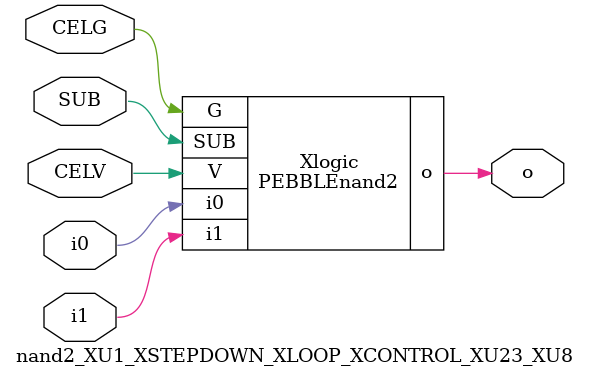
<source format=v>



module PEBBLEnand2 ( o, G, SUB, V, i0, i1 );

  input i0;
  input V;
  input i1;
  input G;
  output o;
  input SUB;
endmodule

//Celera Confidential Do Not Copy nand2_XU1_XSTEPDOWN_XLOOP_XCONTROL_XU23_XU8
//Celera Confidential Symbol Generator
//5V NAND2
module nand2_XU1_XSTEPDOWN_XLOOP_XCONTROL_XU23_XU8 (CELV,CELG,i0,i1,o,SUB);
input CELV;
input CELG;
input i0;
input i1;
input SUB;
output o;

//Celera Confidential Do Not Copy nand2
PEBBLEnand2 Xlogic(
.V (CELV),
.i0 (i0),
.i1 (i1),
.o (o),
.SUB (SUB),
.G (CELG)
);
//,diesize,PEBBLEnand2

//Celera Confidential Do Not Copy Module End
//Celera Schematic Generator
endmodule

</source>
